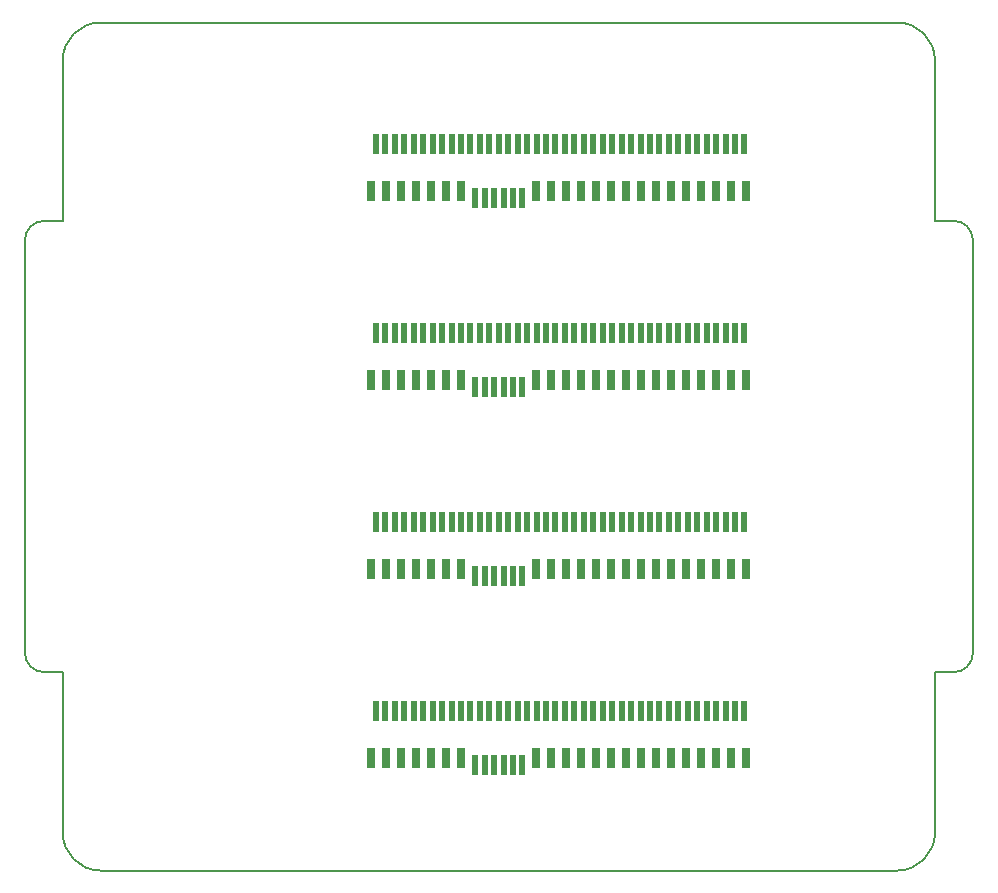
<source format=gbr>
%TF.GenerationSoftware,KiCad,Pcbnew,5.0.0-fee4fd1~66~ubuntu18.04.1*%
%TF.CreationDate,2018-10-05T09:47:17-06:00*%
%TF.ProjectId,thelio-io-sas,7468656C696F2D696F2D7361732E6B69,rev?*%
%TF.SameCoordinates,Original*%
%TF.FileFunction,Paste,Top*%
%TF.FilePolarity,Positive*%
%FSLAX46Y46*%
G04 Gerber Fmt 4.6, Leading zero omitted, Abs format (unit mm)*
G04 Created by KiCad (PCBNEW 5.0.0-fee4fd1~66~ubuntu18.04.1) date Fri Oct  5 09:47:17 2018*
%MOMM*%
%LPD*%
G01*
G04 APERTURE LIST*
%ADD10C,0.200000*%
%ADD11C,0.150000*%
%ADD12R,0.500000X1.800000*%
%ADD13R,0.700000X1.800000*%
G04 APERTURE END LIST*
D10*
X77050000Y-18400000D02*
X77050000Y-53400000D01*
X75450000Y-16800000D02*
G75*
G02X77050000Y-18400000I0J-1600000D01*
G01*
X73850000Y-16800000D02*
X75450000Y-16800000D01*
X73850000Y-55000000D02*
X75450000Y-55000000D01*
X77050000Y-53400000D02*
G75*
G02X75450000Y-55000000I-1600000J0D01*
G01*
X70650000Y0D02*
G75*
G02X73850000Y-3200000I0J-3200000D01*
G01*
D11*
X73850000Y-68600000D02*
G75*
G02X70650000Y-71800000I-3200000J0D01*
G01*
D10*
X73850000Y-16800000D02*
X73850000Y-3200000D01*
X73850000Y-55000000D02*
X73850000Y-68600000D01*
X-3200000Y-18400000D02*
G75*
G02X-1600000Y-16800000I1600000J0D01*
G01*
X0Y-16800000D02*
X-1600000Y-16800000D01*
X0Y-55000000D02*
X-1600000Y-55000000D01*
X-1600000Y-55000000D02*
G75*
G02X-3200000Y-53400000I0J1600000D01*
G01*
X-3200000Y-53400000D02*
X-3200000Y-18400000D01*
X0Y-16800000D02*
X0Y-3200000D01*
X0Y-55000000D02*
X0Y-68600000D01*
X3200000Y0D02*
X70650000Y0D01*
X0Y-3200000D02*
G75*
G02X3200000Y0I3200000J0D01*
G01*
X70650000Y-71800000D02*
X3200000Y-71800000D01*
X3200000Y-71800000D02*
G75*
G02X0Y-68600000I0J3200000D01*
G01*
D12*
%TO.C,U.2_3*%
X34920000Y-62890000D03*
X35720000Y-62890000D03*
X36520000Y-62890000D03*
X37320000Y-62890000D03*
X38120000Y-62890000D03*
D13*
X40095000Y-62270000D03*
D12*
X38920000Y-62890000D03*
D13*
X26125000Y-62270000D03*
X27395000Y-62270000D03*
X28665000Y-62270000D03*
X29935000Y-62270000D03*
X31205000Y-62270000D03*
X32475000Y-62270000D03*
X33745000Y-62270000D03*
X41365000Y-62270000D03*
X42635000Y-62270000D03*
X43905000Y-62270000D03*
X45175000Y-62270000D03*
X46445000Y-62270000D03*
X47715000Y-62270000D03*
X48985000Y-62270000D03*
X50255000Y-62270000D03*
X51525000Y-62270000D03*
X52795000Y-62270000D03*
X54065000Y-62270000D03*
X55335000Y-62270000D03*
X56605000Y-62270000D03*
X57875000Y-62270000D03*
D12*
X57720000Y-58300000D03*
X56920000Y-58300000D03*
X56120000Y-58300000D03*
X55320000Y-58300000D03*
X54520000Y-58300000D03*
X53720000Y-58300000D03*
X52920000Y-58300000D03*
X52120000Y-58300000D03*
X51320000Y-58300000D03*
X50520000Y-58300000D03*
X49720000Y-58300000D03*
X48920000Y-58300000D03*
X48120000Y-58300000D03*
X47320000Y-58300000D03*
X46520000Y-58300000D03*
X45720000Y-58300000D03*
X44920000Y-58300000D03*
X44120000Y-58300000D03*
X43320000Y-58300000D03*
X42520000Y-58300000D03*
X41720000Y-58300000D03*
X40920000Y-58300000D03*
X40120000Y-58300000D03*
X39320000Y-58300000D03*
X38520000Y-58300000D03*
X37720000Y-58300000D03*
X36920000Y-58300000D03*
X36120000Y-58300000D03*
X35320000Y-58300000D03*
X34520000Y-58300000D03*
X33720000Y-58300000D03*
X32920000Y-58300000D03*
X32120000Y-58300000D03*
X31320000Y-58300000D03*
X30520000Y-58300000D03*
X29720000Y-58300000D03*
X28920000Y-58300000D03*
X28120000Y-58300000D03*
X27320000Y-58300000D03*
X26520000Y-58300000D03*
%TD*%
%TO.C,U.2_2*%
X34920000Y-46890000D03*
X35720000Y-46890000D03*
X36520000Y-46890000D03*
X37320000Y-46890000D03*
X38120000Y-46890000D03*
D13*
X40095000Y-46270000D03*
D12*
X38920000Y-46890000D03*
D13*
X26125000Y-46270000D03*
X27395000Y-46270000D03*
X28665000Y-46270000D03*
X29935000Y-46270000D03*
X31205000Y-46270000D03*
X32475000Y-46270000D03*
X33745000Y-46270000D03*
X41365000Y-46270000D03*
X42635000Y-46270000D03*
X43905000Y-46270000D03*
X45175000Y-46270000D03*
X46445000Y-46270000D03*
X47715000Y-46270000D03*
X48985000Y-46270000D03*
X50255000Y-46270000D03*
X51525000Y-46270000D03*
X52795000Y-46270000D03*
X54065000Y-46270000D03*
X55335000Y-46270000D03*
X56605000Y-46270000D03*
X57875000Y-46270000D03*
D12*
X57720000Y-42300000D03*
X56920000Y-42300000D03*
X56120000Y-42300000D03*
X55320000Y-42300000D03*
X54520000Y-42300000D03*
X53720000Y-42300000D03*
X52920000Y-42300000D03*
X52120000Y-42300000D03*
X51320000Y-42300000D03*
X50520000Y-42300000D03*
X49720000Y-42300000D03*
X48920000Y-42300000D03*
X48120000Y-42300000D03*
X47320000Y-42300000D03*
X46520000Y-42300000D03*
X45720000Y-42300000D03*
X44920000Y-42300000D03*
X44120000Y-42300000D03*
X43320000Y-42300000D03*
X42520000Y-42300000D03*
X41720000Y-42300000D03*
X40920000Y-42300000D03*
X40120000Y-42300000D03*
X39320000Y-42300000D03*
X38520000Y-42300000D03*
X37720000Y-42300000D03*
X36920000Y-42300000D03*
X36120000Y-42300000D03*
X35320000Y-42300000D03*
X34520000Y-42300000D03*
X33720000Y-42300000D03*
X32920000Y-42300000D03*
X32120000Y-42300000D03*
X31320000Y-42300000D03*
X30520000Y-42300000D03*
X29720000Y-42300000D03*
X28920000Y-42300000D03*
X28120000Y-42300000D03*
X27320000Y-42300000D03*
X26520000Y-42300000D03*
%TD*%
%TO.C,U.2_1*%
X26520000Y-26300000D03*
X27320000Y-26300000D03*
X28120000Y-26300000D03*
X28920000Y-26300000D03*
X29720000Y-26300000D03*
X30520000Y-26300000D03*
X31320000Y-26300000D03*
X32120000Y-26300000D03*
X32920000Y-26300000D03*
X33720000Y-26300000D03*
X34520000Y-26300000D03*
X35320000Y-26300000D03*
X36120000Y-26300000D03*
X36920000Y-26300000D03*
X37720000Y-26300000D03*
X38520000Y-26300000D03*
X39320000Y-26300000D03*
X40120000Y-26300000D03*
X40920000Y-26300000D03*
X41720000Y-26300000D03*
X42520000Y-26300000D03*
X43320000Y-26300000D03*
X44120000Y-26300000D03*
X44920000Y-26300000D03*
X45720000Y-26300000D03*
X46520000Y-26300000D03*
X47320000Y-26300000D03*
X48120000Y-26300000D03*
X48920000Y-26300000D03*
X49720000Y-26300000D03*
X50520000Y-26300000D03*
X51320000Y-26300000D03*
X52120000Y-26300000D03*
X52920000Y-26300000D03*
X53720000Y-26300000D03*
X54520000Y-26300000D03*
X55320000Y-26300000D03*
X56120000Y-26300000D03*
X56920000Y-26300000D03*
X57720000Y-26300000D03*
D13*
X57875000Y-30270000D03*
X56605000Y-30270000D03*
X55335000Y-30270000D03*
X54065000Y-30270000D03*
X52795000Y-30270000D03*
X51525000Y-30270000D03*
X50255000Y-30270000D03*
X48985000Y-30270000D03*
X47715000Y-30270000D03*
X46445000Y-30270000D03*
X45175000Y-30270000D03*
X43905000Y-30270000D03*
X42635000Y-30270000D03*
X41365000Y-30270000D03*
X33745000Y-30270000D03*
X32475000Y-30270000D03*
X31205000Y-30270000D03*
X29935000Y-30270000D03*
X28665000Y-30270000D03*
X27395000Y-30270000D03*
X26125000Y-30270000D03*
D12*
X38920000Y-30890000D03*
D13*
X40095000Y-30270000D03*
D12*
X38120000Y-30890000D03*
X37320000Y-30890000D03*
X36520000Y-30890000D03*
X35720000Y-30890000D03*
X34920000Y-30890000D03*
%TD*%
%TO.C,U.2_0*%
X26520000Y-10300000D03*
X27320000Y-10300000D03*
X28120000Y-10300000D03*
X28920000Y-10300000D03*
X29720000Y-10300000D03*
X30520000Y-10300000D03*
X31320000Y-10300000D03*
X32120000Y-10300000D03*
X32920000Y-10300000D03*
X33720000Y-10300000D03*
X34520000Y-10300000D03*
X35320000Y-10300000D03*
X36120000Y-10300000D03*
X36920000Y-10300000D03*
X37720000Y-10300000D03*
X38520000Y-10300000D03*
X39320000Y-10300000D03*
X40120000Y-10300000D03*
X40920000Y-10300000D03*
X41720000Y-10300000D03*
X42520000Y-10300000D03*
X43320000Y-10300000D03*
X44120000Y-10300000D03*
X44920000Y-10300000D03*
X45720000Y-10300000D03*
X46520000Y-10300000D03*
X47320000Y-10300000D03*
X48120000Y-10300000D03*
X48920000Y-10300000D03*
X49720000Y-10300000D03*
X50520000Y-10300000D03*
X51320000Y-10300000D03*
X52120000Y-10300000D03*
X52920000Y-10300000D03*
X53720000Y-10300000D03*
X54520000Y-10300000D03*
X55320000Y-10300000D03*
X56120000Y-10300000D03*
X56920000Y-10300000D03*
X57720000Y-10300000D03*
D13*
X57875000Y-14270000D03*
X56605000Y-14270000D03*
X55335000Y-14270000D03*
X54065000Y-14270000D03*
X52795000Y-14270000D03*
X51525000Y-14270000D03*
X50255000Y-14270000D03*
X48985000Y-14270000D03*
X47715000Y-14270000D03*
X46445000Y-14270000D03*
X45175000Y-14270000D03*
X43905000Y-14270000D03*
X42635000Y-14270000D03*
X41365000Y-14270000D03*
X33745000Y-14270000D03*
X32475000Y-14270000D03*
X31205000Y-14270000D03*
X29935000Y-14270000D03*
X28665000Y-14270000D03*
X27395000Y-14270000D03*
X26125000Y-14270000D03*
D12*
X38920000Y-14890000D03*
D13*
X40095000Y-14270000D03*
D12*
X38120000Y-14890000D03*
X37320000Y-14890000D03*
X36520000Y-14890000D03*
X35720000Y-14890000D03*
X34920000Y-14890000D03*
%TD*%
M02*

</source>
